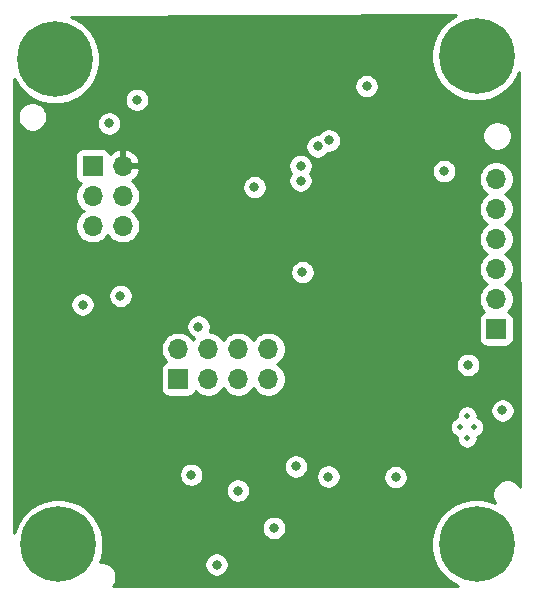
<source format=gbr>
G04 #@! TF.GenerationSoftware,KiCad,Pcbnew,5.1.5+dfsg1-2build2*
G04 #@! TF.CreationDate,2021-08-01T10:53:42+02:00*
G04 #@! TF.ProjectId,Sensor_Nodes,53656e73-6f72-45f4-9e6f-6465732e6b69,rev?*
G04 #@! TF.SameCoordinates,Original*
G04 #@! TF.FileFunction,Copper,L3,Inr*
G04 #@! TF.FilePolarity,Positive*
%FSLAX46Y46*%
G04 Gerber Fmt 4.6, Leading zero omitted, Abs format (unit mm)*
G04 Created by KiCad (PCBNEW 5.1.5+dfsg1-2build2) date 2021-08-01 10:53:42*
%MOMM*%
%LPD*%
G04 APERTURE LIST*
%ADD10O,1.700000X1.700000*%
%ADD11R,1.700000X1.700000*%
%ADD12C,0.800000*%
%ADD13C,6.400000*%
%ADD14C,0.500000*%
%ADD15C,0.254000*%
G04 APERTURE END LIST*
D10*
X130870000Y-93460000D03*
X130870000Y-96000000D03*
X128330000Y-93460000D03*
X128330000Y-96000000D03*
X125790000Y-93460000D03*
X125790000Y-96000000D03*
X123250000Y-93460000D03*
D11*
X123250000Y-96000000D03*
D10*
X150158000Y-79063000D03*
X150158000Y-81603000D03*
X150158000Y-84143000D03*
X150158000Y-86683000D03*
X150158000Y-89223000D03*
D11*
X150158000Y-91763000D03*
D10*
X118540000Y-83030000D03*
X116000000Y-83030000D03*
X118540000Y-80490000D03*
X116000000Y-80490000D03*
X118540000Y-77950000D03*
D11*
X116000000Y-77950000D03*
D12*
X114772057Y-108294200D03*
X113075001Y-107591256D03*
X111377945Y-108294200D03*
X110675001Y-109991256D03*
X111377945Y-111688312D03*
X113075001Y-112391256D03*
X114772057Y-111688312D03*
X115475001Y-109991256D03*
D13*
X113075001Y-109991256D03*
D12*
X150200000Y-108294200D03*
X148502944Y-107591256D03*
X146805888Y-108294200D03*
X146102944Y-109991256D03*
X146805888Y-111688312D03*
X148502944Y-112391256D03*
X150200000Y-111688312D03*
X150902944Y-109991256D03*
D13*
X148502944Y-109991256D03*
D12*
X114497056Y-67202944D03*
X112800000Y-66500000D03*
X111102944Y-67202944D03*
X110400000Y-68900000D03*
X111102944Y-70597056D03*
X112800000Y-71300000D03*
X114497056Y-70597056D03*
X115200000Y-68900000D03*
D13*
X112800000Y-68900000D03*
D12*
X150200000Y-66950000D03*
X148502944Y-66247056D03*
X146805888Y-66950000D03*
X146102944Y-68647056D03*
X146805888Y-70344112D03*
X148502944Y-71047056D03*
X150200000Y-70344112D03*
X150902944Y-68647056D03*
D13*
X148502944Y-68647056D03*
D14*
X147700000Y-101000000D03*
X147125000Y-100050000D03*
X148275000Y-100050000D03*
X147700000Y-99100000D03*
D12*
X131350000Y-108600000D03*
X124350000Y-104100000D03*
X126500000Y-111700000D03*
X115150000Y-89700000D03*
X118350000Y-88950000D03*
X124950000Y-91550000D03*
X150700000Y-98650000D03*
X147800000Y-94800000D03*
X141650000Y-104300000D03*
X129700000Y-79750000D03*
X117400000Y-74350000D03*
X119750000Y-72350000D03*
X139200000Y-71200000D03*
X145750000Y-78400000D03*
X133200000Y-103400000D03*
X113150000Y-75250000D03*
X119700000Y-74050000D03*
X142200000Y-79300000D03*
X145750000Y-73850000D03*
X142200000Y-71800000D03*
X147800000Y-96950000D03*
X135950000Y-104250000D03*
X136000000Y-75800000D03*
X133750000Y-86950000D03*
X133600000Y-79200000D03*
X133600000Y-77950000D03*
X128300000Y-105450000D03*
X135050000Y-76300000D03*
D15*
G36*
X146686390Y-65248523D02*
G01*
X146058274Y-65668217D01*
X145524105Y-66202386D01*
X145104411Y-66830502D01*
X144815321Y-67528428D01*
X144667944Y-68269341D01*
X144667944Y-69024771D01*
X144815321Y-69765684D01*
X145104411Y-70463610D01*
X145524105Y-71091726D01*
X146058274Y-71625895D01*
X146686390Y-72045589D01*
X147384316Y-72334679D01*
X148125229Y-72482056D01*
X148880659Y-72482056D01*
X149621572Y-72334679D01*
X150319498Y-72045589D01*
X150947614Y-71625895D01*
X151481783Y-71091726D01*
X151901477Y-70463610D01*
X152093140Y-70000895D01*
X152177952Y-105113415D01*
X152070901Y-104953202D01*
X151896798Y-104779099D01*
X151692074Y-104642307D01*
X151464598Y-104548083D01*
X151223110Y-104500048D01*
X150976890Y-104500048D01*
X150735402Y-104548083D01*
X150507926Y-104642307D01*
X150303202Y-104779099D01*
X150129099Y-104953202D01*
X149992307Y-105157926D01*
X149898083Y-105385402D01*
X149850048Y-105626890D01*
X149850048Y-105873110D01*
X149898083Y-106114598D01*
X149992307Y-106342074D01*
X150098666Y-106501251D01*
X149621572Y-106303633D01*
X148880659Y-106156256D01*
X148125229Y-106156256D01*
X147384316Y-106303633D01*
X146686390Y-106592723D01*
X146058274Y-107012417D01*
X145524105Y-107546586D01*
X145104411Y-108174702D01*
X144815321Y-108872628D01*
X144667944Y-109613541D01*
X144667944Y-110368971D01*
X144815321Y-111109884D01*
X145104411Y-111807810D01*
X145524105Y-112435926D01*
X146058274Y-112970095D01*
X146686390Y-113389789D01*
X146934250Y-113492456D01*
X117730072Y-113533073D01*
X117857693Y-113342074D01*
X117951917Y-113114598D01*
X117999952Y-112873110D01*
X117999952Y-112626890D01*
X117951917Y-112385402D01*
X117857693Y-112157926D01*
X117720901Y-111953202D01*
X117546798Y-111779099D01*
X117342074Y-111642307D01*
X117235256Y-111598061D01*
X125465000Y-111598061D01*
X125465000Y-111801939D01*
X125504774Y-112001898D01*
X125582795Y-112190256D01*
X125696063Y-112359774D01*
X125840226Y-112503937D01*
X126009744Y-112617205D01*
X126198102Y-112695226D01*
X126398061Y-112735000D01*
X126601939Y-112735000D01*
X126801898Y-112695226D01*
X126990256Y-112617205D01*
X127159774Y-112503937D01*
X127303937Y-112359774D01*
X127417205Y-112190256D01*
X127495226Y-112001898D01*
X127535000Y-111801939D01*
X127535000Y-111598061D01*
X127495226Y-111398102D01*
X127417205Y-111209744D01*
X127303937Y-111040226D01*
X127159774Y-110896063D01*
X126990256Y-110782795D01*
X126801898Y-110704774D01*
X126601939Y-110665000D01*
X126398061Y-110665000D01*
X126198102Y-110704774D01*
X126009744Y-110782795D01*
X125840226Y-110896063D01*
X125696063Y-111040226D01*
X125582795Y-111209744D01*
X125504774Y-111398102D01*
X125465000Y-111598061D01*
X117235256Y-111598061D01*
X117114598Y-111548083D01*
X116873110Y-111500048D01*
X116626890Y-111500048D01*
X116598690Y-111505657D01*
X116762624Y-111109884D01*
X116910001Y-110368971D01*
X116910001Y-109613541D01*
X116762624Y-108872628D01*
X116607474Y-108498061D01*
X130315000Y-108498061D01*
X130315000Y-108701939D01*
X130354774Y-108901898D01*
X130432795Y-109090256D01*
X130546063Y-109259774D01*
X130690226Y-109403937D01*
X130859744Y-109517205D01*
X131048102Y-109595226D01*
X131248061Y-109635000D01*
X131451939Y-109635000D01*
X131651898Y-109595226D01*
X131840256Y-109517205D01*
X132009774Y-109403937D01*
X132153937Y-109259774D01*
X132267205Y-109090256D01*
X132345226Y-108901898D01*
X132385000Y-108701939D01*
X132385000Y-108498061D01*
X132345226Y-108298102D01*
X132267205Y-108109744D01*
X132153937Y-107940226D01*
X132009774Y-107796063D01*
X131840256Y-107682795D01*
X131651898Y-107604774D01*
X131451939Y-107565000D01*
X131248061Y-107565000D01*
X131048102Y-107604774D01*
X130859744Y-107682795D01*
X130690226Y-107796063D01*
X130546063Y-107940226D01*
X130432795Y-108109744D01*
X130354774Y-108298102D01*
X130315000Y-108498061D01*
X116607474Y-108498061D01*
X116473534Y-108174702D01*
X116053840Y-107546586D01*
X115519671Y-107012417D01*
X114891555Y-106592723D01*
X114193629Y-106303633D01*
X113452716Y-106156256D01*
X112697286Y-106156256D01*
X111956373Y-106303633D01*
X111258447Y-106592723D01*
X110630331Y-107012417D01*
X110096162Y-107546586D01*
X109676468Y-108174702D01*
X109387378Y-108872628D01*
X109359999Y-109010271D01*
X109359999Y-105348061D01*
X127265000Y-105348061D01*
X127265000Y-105551939D01*
X127304774Y-105751898D01*
X127382795Y-105940256D01*
X127496063Y-106109774D01*
X127640226Y-106253937D01*
X127809744Y-106367205D01*
X127998102Y-106445226D01*
X128198061Y-106485000D01*
X128401939Y-106485000D01*
X128601898Y-106445226D01*
X128790256Y-106367205D01*
X128959774Y-106253937D01*
X129103937Y-106109774D01*
X129217205Y-105940256D01*
X129295226Y-105751898D01*
X129335000Y-105551939D01*
X129335000Y-105348061D01*
X129295226Y-105148102D01*
X129217205Y-104959744D01*
X129103937Y-104790226D01*
X128959774Y-104646063D01*
X128790256Y-104532795D01*
X128601898Y-104454774D01*
X128401939Y-104415000D01*
X128198061Y-104415000D01*
X127998102Y-104454774D01*
X127809744Y-104532795D01*
X127640226Y-104646063D01*
X127496063Y-104790226D01*
X127382795Y-104959744D01*
X127304774Y-105148102D01*
X127265000Y-105348061D01*
X109359999Y-105348061D01*
X109359999Y-103998061D01*
X123315000Y-103998061D01*
X123315000Y-104201939D01*
X123354774Y-104401898D01*
X123432795Y-104590256D01*
X123546063Y-104759774D01*
X123690226Y-104903937D01*
X123859744Y-105017205D01*
X124048102Y-105095226D01*
X124248061Y-105135000D01*
X124451939Y-105135000D01*
X124651898Y-105095226D01*
X124840256Y-105017205D01*
X125009774Y-104903937D01*
X125153937Y-104759774D01*
X125267205Y-104590256D01*
X125345226Y-104401898D01*
X125385000Y-104201939D01*
X125385000Y-103998061D01*
X125345226Y-103798102D01*
X125267205Y-103609744D01*
X125153937Y-103440226D01*
X125011772Y-103298061D01*
X132165000Y-103298061D01*
X132165000Y-103501939D01*
X132204774Y-103701898D01*
X132282795Y-103890256D01*
X132396063Y-104059774D01*
X132540226Y-104203937D01*
X132709744Y-104317205D01*
X132898102Y-104395226D01*
X133098061Y-104435000D01*
X133301939Y-104435000D01*
X133501898Y-104395226D01*
X133690256Y-104317205D01*
X133859774Y-104203937D01*
X133915650Y-104148061D01*
X134915000Y-104148061D01*
X134915000Y-104351939D01*
X134954774Y-104551898D01*
X135032795Y-104740256D01*
X135146063Y-104909774D01*
X135290226Y-105053937D01*
X135459744Y-105167205D01*
X135648102Y-105245226D01*
X135848061Y-105285000D01*
X136051939Y-105285000D01*
X136251898Y-105245226D01*
X136440256Y-105167205D01*
X136609774Y-105053937D01*
X136753937Y-104909774D01*
X136867205Y-104740256D01*
X136945226Y-104551898D01*
X136985000Y-104351939D01*
X136985000Y-104198061D01*
X140615000Y-104198061D01*
X140615000Y-104401939D01*
X140654774Y-104601898D01*
X140732795Y-104790256D01*
X140846063Y-104959774D01*
X140990226Y-105103937D01*
X141159744Y-105217205D01*
X141348102Y-105295226D01*
X141548061Y-105335000D01*
X141751939Y-105335000D01*
X141951898Y-105295226D01*
X142140256Y-105217205D01*
X142309774Y-105103937D01*
X142453937Y-104959774D01*
X142567205Y-104790256D01*
X142645226Y-104601898D01*
X142685000Y-104401939D01*
X142685000Y-104198061D01*
X142645226Y-103998102D01*
X142567205Y-103809744D01*
X142453937Y-103640226D01*
X142309774Y-103496063D01*
X142140256Y-103382795D01*
X141951898Y-103304774D01*
X141751939Y-103265000D01*
X141548061Y-103265000D01*
X141348102Y-103304774D01*
X141159744Y-103382795D01*
X140990226Y-103496063D01*
X140846063Y-103640226D01*
X140732795Y-103809744D01*
X140654774Y-103998102D01*
X140615000Y-104198061D01*
X136985000Y-104198061D01*
X136985000Y-104148061D01*
X136945226Y-103948102D01*
X136867205Y-103759744D01*
X136753937Y-103590226D01*
X136609774Y-103446063D01*
X136440256Y-103332795D01*
X136251898Y-103254774D01*
X136051939Y-103215000D01*
X135848061Y-103215000D01*
X135648102Y-103254774D01*
X135459744Y-103332795D01*
X135290226Y-103446063D01*
X135146063Y-103590226D01*
X135032795Y-103759744D01*
X134954774Y-103948102D01*
X134915000Y-104148061D01*
X133915650Y-104148061D01*
X134003937Y-104059774D01*
X134117205Y-103890256D01*
X134195226Y-103701898D01*
X134235000Y-103501939D01*
X134235000Y-103298061D01*
X134195226Y-103098102D01*
X134117205Y-102909744D01*
X134003937Y-102740226D01*
X133859774Y-102596063D01*
X133690256Y-102482795D01*
X133501898Y-102404774D01*
X133301939Y-102365000D01*
X133098061Y-102365000D01*
X132898102Y-102404774D01*
X132709744Y-102482795D01*
X132540226Y-102596063D01*
X132396063Y-102740226D01*
X132282795Y-102909744D01*
X132204774Y-103098102D01*
X132165000Y-103298061D01*
X125011772Y-103298061D01*
X125009774Y-103296063D01*
X124840256Y-103182795D01*
X124651898Y-103104774D01*
X124451939Y-103065000D01*
X124248061Y-103065000D01*
X124048102Y-103104774D01*
X123859744Y-103182795D01*
X123690226Y-103296063D01*
X123546063Y-103440226D01*
X123432795Y-103609744D01*
X123354774Y-103798102D01*
X123315000Y-103998061D01*
X109359999Y-103998061D01*
X109359999Y-99962835D01*
X146240000Y-99962835D01*
X146240000Y-100137165D01*
X146274010Y-100308145D01*
X146340723Y-100469205D01*
X146437576Y-100614155D01*
X146560845Y-100737424D01*
X146705795Y-100834277D01*
X146821124Y-100882048D01*
X146815000Y-100912835D01*
X146815000Y-101087165D01*
X146849010Y-101258145D01*
X146915723Y-101419205D01*
X147012576Y-101564155D01*
X147135845Y-101687424D01*
X147280795Y-101784277D01*
X147441855Y-101850990D01*
X147612835Y-101885000D01*
X147787165Y-101885000D01*
X147958145Y-101850990D01*
X148119205Y-101784277D01*
X148264155Y-101687424D01*
X148387424Y-101564155D01*
X148484277Y-101419205D01*
X148550990Y-101258145D01*
X148585000Y-101087165D01*
X148585000Y-100912835D01*
X148578876Y-100882048D01*
X148694205Y-100834277D01*
X148839155Y-100737424D01*
X148962424Y-100614155D01*
X149059277Y-100469205D01*
X149125990Y-100308145D01*
X149160000Y-100137165D01*
X149160000Y-99962835D01*
X149125990Y-99791855D01*
X149059277Y-99630795D01*
X148962424Y-99485845D01*
X148839155Y-99362576D01*
X148694205Y-99265723D01*
X148578876Y-99217952D01*
X148585000Y-99187165D01*
X148585000Y-99012835D01*
X148550990Y-98841855D01*
X148484277Y-98680795D01*
X148395587Y-98548061D01*
X149665000Y-98548061D01*
X149665000Y-98751939D01*
X149704774Y-98951898D01*
X149782795Y-99140256D01*
X149896063Y-99309774D01*
X150040226Y-99453937D01*
X150209744Y-99567205D01*
X150398102Y-99645226D01*
X150598061Y-99685000D01*
X150801939Y-99685000D01*
X151001898Y-99645226D01*
X151190256Y-99567205D01*
X151359774Y-99453937D01*
X151503937Y-99309774D01*
X151617205Y-99140256D01*
X151695226Y-98951898D01*
X151735000Y-98751939D01*
X151735000Y-98548061D01*
X151695226Y-98348102D01*
X151617205Y-98159744D01*
X151503937Y-97990226D01*
X151359774Y-97846063D01*
X151190256Y-97732795D01*
X151001898Y-97654774D01*
X150801939Y-97615000D01*
X150598061Y-97615000D01*
X150398102Y-97654774D01*
X150209744Y-97732795D01*
X150040226Y-97846063D01*
X149896063Y-97990226D01*
X149782795Y-98159744D01*
X149704774Y-98348102D01*
X149665000Y-98548061D01*
X148395587Y-98548061D01*
X148387424Y-98535845D01*
X148264155Y-98412576D01*
X148119205Y-98315723D01*
X147958145Y-98249010D01*
X147787165Y-98215000D01*
X147612835Y-98215000D01*
X147441855Y-98249010D01*
X147280795Y-98315723D01*
X147135845Y-98412576D01*
X147012576Y-98535845D01*
X146915723Y-98680795D01*
X146849010Y-98841855D01*
X146815000Y-99012835D01*
X146815000Y-99187165D01*
X146821124Y-99217952D01*
X146705795Y-99265723D01*
X146560845Y-99362576D01*
X146437576Y-99485845D01*
X146340723Y-99630795D01*
X146274010Y-99791855D01*
X146240000Y-99962835D01*
X109359999Y-99962835D01*
X109359999Y-95150000D01*
X121761928Y-95150000D01*
X121761928Y-96850000D01*
X121774188Y-96974482D01*
X121810498Y-97094180D01*
X121869463Y-97204494D01*
X121948815Y-97301185D01*
X122045506Y-97380537D01*
X122155820Y-97439502D01*
X122275518Y-97475812D01*
X122400000Y-97488072D01*
X124100000Y-97488072D01*
X124224482Y-97475812D01*
X124344180Y-97439502D01*
X124454494Y-97380537D01*
X124551185Y-97301185D01*
X124630537Y-97204494D01*
X124689502Y-97094180D01*
X124711513Y-97021620D01*
X124843368Y-97153475D01*
X125086589Y-97315990D01*
X125356842Y-97427932D01*
X125643740Y-97485000D01*
X125936260Y-97485000D01*
X126223158Y-97427932D01*
X126493411Y-97315990D01*
X126736632Y-97153475D01*
X126943475Y-96946632D01*
X127060000Y-96772240D01*
X127176525Y-96946632D01*
X127383368Y-97153475D01*
X127626589Y-97315990D01*
X127896842Y-97427932D01*
X128183740Y-97485000D01*
X128476260Y-97485000D01*
X128763158Y-97427932D01*
X129033411Y-97315990D01*
X129276632Y-97153475D01*
X129483475Y-96946632D01*
X129600000Y-96772240D01*
X129716525Y-96946632D01*
X129923368Y-97153475D01*
X130166589Y-97315990D01*
X130436842Y-97427932D01*
X130723740Y-97485000D01*
X131016260Y-97485000D01*
X131303158Y-97427932D01*
X131573411Y-97315990D01*
X131816632Y-97153475D01*
X132023475Y-96946632D01*
X132185990Y-96703411D01*
X132297932Y-96433158D01*
X132355000Y-96146260D01*
X132355000Y-95853740D01*
X132297932Y-95566842D01*
X132185990Y-95296589D01*
X132023475Y-95053368D01*
X131816632Y-94846525D01*
X131642240Y-94730000D01*
X131690040Y-94698061D01*
X146765000Y-94698061D01*
X146765000Y-94901939D01*
X146804774Y-95101898D01*
X146882795Y-95290256D01*
X146996063Y-95459774D01*
X147140226Y-95603937D01*
X147309744Y-95717205D01*
X147498102Y-95795226D01*
X147698061Y-95835000D01*
X147901939Y-95835000D01*
X148101898Y-95795226D01*
X148290256Y-95717205D01*
X148459774Y-95603937D01*
X148603937Y-95459774D01*
X148717205Y-95290256D01*
X148795226Y-95101898D01*
X148835000Y-94901939D01*
X148835000Y-94698061D01*
X148795226Y-94498102D01*
X148717205Y-94309744D01*
X148603937Y-94140226D01*
X148459774Y-93996063D01*
X148290256Y-93882795D01*
X148101898Y-93804774D01*
X147901939Y-93765000D01*
X147698061Y-93765000D01*
X147498102Y-93804774D01*
X147309744Y-93882795D01*
X147140226Y-93996063D01*
X146996063Y-94140226D01*
X146882795Y-94309744D01*
X146804774Y-94498102D01*
X146765000Y-94698061D01*
X131690040Y-94698061D01*
X131816632Y-94613475D01*
X132023475Y-94406632D01*
X132185990Y-94163411D01*
X132297932Y-93893158D01*
X132355000Y-93606260D01*
X132355000Y-93313740D01*
X132297932Y-93026842D01*
X132185990Y-92756589D01*
X132023475Y-92513368D01*
X131816632Y-92306525D01*
X131573411Y-92144010D01*
X131303158Y-92032068D01*
X131016260Y-91975000D01*
X130723740Y-91975000D01*
X130436842Y-92032068D01*
X130166589Y-92144010D01*
X129923368Y-92306525D01*
X129716525Y-92513368D01*
X129600000Y-92687760D01*
X129483475Y-92513368D01*
X129276632Y-92306525D01*
X129033411Y-92144010D01*
X128763158Y-92032068D01*
X128476260Y-91975000D01*
X128183740Y-91975000D01*
X127896842Y-92032068D01*
X127626589Y-92144010D01*
X127383368Y-92306525D01*
X127176525Y-92513368D01*
X127060000Y-92687760D01*
X126943475Y-92513368D01*
X126736632Y-92306525D01*
X126493411Y-92144010D01*
X126223158Y-92032068D01*
X125936260Y-91975000D01*
X125894235Y-91975000D01*
X125945226Y-91851898D01*
X125985000Y-91651939D01*
X125985000Y-91448061D01*
X125945226Y-91248102D01*
X125867205Y-91059744D01*
X125769155Y-90913000D01*
X148669928Y-90913000D01*
X148669928Y-92613000D01*
X148682188Y-92737482D01*
X148718498Y-92857180D01*
X148777463Y-92967494D01*
X148856815Y-93064185D01*
X148953506Y-93143537D01*
X149063820Y-93202502D01*
X149183518Y-93238812D01*
X149308000Y-93251072D01*
X151008000Y-93251072D01*
X151132482Y-93238812D01*
X151252180Y-93202502D01*
X151362494Y-93143537D01*
X151459185Y-93064185D01*
X151538537Y-92967494D01*
X151597502Y-92857180D01*
X151633812Y-92737482D01*
X151646072Y-92613000D01*
X151646072Y-90913000D01*
X151633812Y-90788518D01*
X151597502Y-90668820D01*
X151538537Y-90558506D01*
X151459185Y-90461815D01*
X151362494Y-90382463D01*
X151252180Y-90323498D01*
X151179620Y-90301487D01*
X151311475Y-90169632D01*
X151473990Y-89926411D01*
X151585932Y-89656158D01*
X151643000Y-89369260D01*
X151643000Y-89076740D01*
X151585932Y-88789842D01*
X151473990Y-88519589D01*
X151311475Y-88276368D01*
X151104632Y-88069525D01*
X150930240Y-87953000D01*
X151104632Y-87836475D01*
X151311475Y-87629632D01*
X151473990Y-87386411D01*
X151585932Y-87116158D01*
X151643000Y-86829260D01*
X151643000Y-86536740D01*
X151585932Y-86249842D01*
X151473990Y-85979589D01*
X151311475Y-85736368D01*
X151104632Y-85529525D01*
X150930240Y-85413000D01*
X151104632Y-85296475D01*
X151311475Y-85089632D01*
X151473990Y-84846411D01*
X151585932Y-84576158D01*
X151643000Y-84289260D01*
X151643000Y-83996740D01*
X151585932Y-83709842D01*
X151473990Y-83439589D01*
X151311475Y-83196368D01*
X151104632Y-82989525D01*
X150930240Y-82873000D01*
X151104632Y-82756475D01*
X151311475Y-82549632D01*
X151473990Y-82306411D01*
X151585932Y-82036158D01*
X151643000Y-81749260D01*
X151643000Y-81456740D01*
X151585932Y-81169842D01*
X151473990Y-80899589D01*
X151311475Y-80656368D01*
X151104632Y-80449525D01*
X150930240Y-80333000D01*
X151104632Y-80216475D01*
X151311475Y-80009632D01*
X151473990Y-79766411D01*
X151585932Y-79496158D01*
X151643000Y-79209260D01*
X151643000Y-78916740D01*
X151585932Y-78629842D01*
X151473990Y-78359589D01*
X151311475Y-78116368D01*
X151104632Y-77909525D01*
X150861411Y-77747010D01*
X150591158Y-77635068D01*
X150304260Y-77578000D01*
X150011740Y-77578000D01*
X149724842Y-77635068D01*
X149454589Y-77747010D01*
X149211368Y-77909525D01*
X149004525Y-78116368D01*
X148842010Y-78359589D01*
X148730068Y-78629842D01*
X148673000Y-78916740D01*
X148673000Y-79209260D01*
X148730068Y-79496158D01*
X148842010Y-79766411D01*
X149004525Y-80009632D01*
X149211368Y-80216475D01*
X149385760Y-80333000D01*
X149211368Y-80449525D01*
X149004525Y-80656368D01*
X148842010Y-80899589D01*
X148730068Y-81169842D01*
X148673000Y-81456740D01*
X148673000Y-81749260D01*
X148730068Y-82036158D01*
X148842010Y-82306411D01*
X149004525Y-82549632D01*
X149211368Y-82756475D01*
X149385760Y-82873000D01*
X149211368Y-82989525D01*
X149004525Y-83196368D01*
X148842010Y-83439589D01*
X148730068Y-83709842D01*
X148673000Y-83996740D01*
X148673000Y-84289260D01*
X148730068Y-84576158D01*
X148842010Y-84846411D01*
X149004525Y-85089632D01*
X149211368Y-85296475D01*
X149385760Y-85413000D01*
X149211368Y-85529525D01*
X149004525Y-85736368D01*
X148842010Y-85979589D01*
X148730068Y-86249842D01*
X148673000Y-86536740D01*
X148673000Y-86829260D01*
X148730068Y-87116158D01*
X148842010Y-87386411D01*
X149004525Y-87629632D01*
X149211368Y-87836475D01*
X149385760Y-87953000D01*
X149211368Y-88069525D01*
X149004525Y-88276368D01*
X148842010Y-88519589D01*
X148730068Y-88789842D01*
X148673000Y-89076740D01*
X148673000Y-89369260D01*
X148730068Y-89656158D01*
X148842010Y-89926411D01*
X149004525Y-90169632D01*
X149136380Y-90301487D01*
X149063820Y-90323498D01*
X148953506Y-90382463D01*
X148856815Y-90461815D01*
X148777463Y-90558506D01*
X148718498Y-90668820D01*
X148682188Y-90788518D01*
X148669928Y-90913000D01*
X125769155Y-90913000D01*
X125753937Y-90890226D01*
X125609774Y-90746063D01*
X125440256Y-90632795D01*
X125251898Y-90554774D01*
X125051939Y-90515000D01*
X124848061Y-90515000D01*
X124648102Y-90554774D01*
X124459744Y-90632795D01*
X124290226Y-90746063D01*
X124146063Y-90890226D01*
X124032795Y-91059744D01*
X123954774Y-91248102D01*
X123915000Y-91448061D01*
X123915000Y-91651939D01*
X123954774Y-91851898D01*
X124032795Y-92040256D01*
X124146063Y-92209774D01*
X124290226Y-92353937D01*
X124459744Y-92467205D01*
X124622362Y-92534564D01*
X124520000Y-92687760D01*
X124403475Y-92513368D01*
X124196632Y-92306525D01*
X123953411Y-92144010D01*
X123683158Y-92032068D01*
X123396260Y-91975000D01*
X123103740Y-91975000D01*
X122816842Y-92032068D01*
X122546589Y-92144010D01*
X122303368Y-92306525D01*
X122096525Y-92513368D01*
X121934010Y-92756589D01*
X121822068Y-93026842D01*
X121765000Y-93313740D01*
X121765000Y-93606260D01*
X121822068Y-93893158D01*
X121934010Y-94163411D01*
X122096525Y-94406632D01*
X122228380Y-94538487D01*
X122155820Y-94560498D01*
X122045506Y-94619463D01*
X121948815Y-94698815D01*
X121869463Y-94795506D01*
X121810498Y-94905820D01*
X121774188Y-95025518D01*
X121761928Y-95150000D01*
X109359999Y-95150000D01*
X109360000Y-89598061D01*
X114115000Y-89598061D01*
X114115000Y-89801939D01*
X114154774Y-90001898D01*
X114232795Y-90190256D01*
X114346063Y-90359774D01*
X114490226Y-90503937D01*
X114659744Y-90617205D01*
X114848102Y-90695226D01*
X115048061Y-90735000D01*
X115251939Y-90735000D01*
X115451898Y-90695226D01*
X115640256Y-90617205D01*
X115809774Y-90503937D01*
X115953937Y-90359774D01*
X116067205Y-90190256D01*
X116145226Y-90001898D01*
X116185000Y-89801939D01*
X116185000Y-89598061D01*
X116145226Y-89398102D01*
X116067205Y-89209744D01*
X115953937Y-89040226D01*
X115809774Y-88896063D01*
X115737934Y-88848061D01*
X117315000Y-88848061D01*
X117315000Y-89051939D01*
X117354774Y-89251898D01*
X117432795Y-89440256D01*
X117546063Y-89609774D01*
X117690226Y-89753937D01*
X117859744Y-89867205D01*
X118048102Y-89945226D01*
X118248061Y-89985000D01*
X118451939Y-89985000D01*
X118651898Y-89945226D01*
X118840256Y-89867205D01*
X119009774Y-89753937D01*
X119153937Y-89609774D01*
X119267205Y-89440256D01*
X119345226Y-89251898D01*
X119385000Y-89051939D01*
X119385000Y-88848061D01*
X119345226Y-88648102D01*
X119267205Y-88459744D01*
X119153937Y-88290226D01*
X119009774Y-88146063D01*
X118840256Y-88032795D01*
X118651898Y-87954774D01*
X118451939Y-87915000D01*
X118248061Y-87915000D01*
X118048102Y-87954774D01*
X117859744Y-88032795D01*
X117690226Y-88146063D01*
X117546063Y-88290226D01*
X117432795Y-88459744D01*
X117354774Y-88648102D01*
X117315000Y-88848061D01*
X115737934Y-88848061D01*
X115640256Y-88782795D01*
X115451898Y-88704774D01*
X115251939Y-88665000D01*
X115048061Y-88665000D01*
X114848102Y-88704774D01*
X114659744Y-88782795D01*
X114490226Y-88896063D01*
X114346063Y-89040226D01*
X114232795Y-89209744D01*
X114154774Y-89398102D01*
X114115000Y-89598061D01*
X109360000Y-89598061D01*
X109360000Y-86848061D01*
X132715000Y-86848061D01*
X132715000Y-87051939D01*
X132754774Y-87251898D01*
X132832795Y-87440256D01*
X132946063Y-87609774D01*
X133090226Y-87753937D01*
X133259744Y-87867205D01*
X133448102Y-87945226D01*
X133648061Y-87985000D01*
X133851939Y-87985000D01*
X134051898Y-87945226D01*
X134240256Y-87867205D01*
X134409774Y-87753937D01*
X134553937Y-87609774D01*
X134667205Y-87440256D01*
X134745226Y-87251898D01*
X134785000Y-87051939D01*
X134785000Y-86848061D01*
X134745226Y-86648102D01*
X134667205Y-86459744D01*
X134553937Y-86290226D01*
X134409774Y-86146063D01*
X134240256Y-86032795D01*
X134051898Y-85954774D01*
X133851939Y-85915000D01*
X133648061Y-85915000D01*
X133448102Y-85954774D01*
X133259744Y-86032795D01*
X133090226Y-86146063D01*
X132946063Y-86290226D01*
X132832795Y-86459744D01*
X132754774Y-86648102D01*
X132715000Y-86848061D01*
X109360000Y-86848061D01*
X109360000Y-77100000D01*
X114511928Y-77100000D01*
X114511928Y-78800000D01*
X114524188Y-78924482D01*
X114560498Y-79044180D01*
X114619463Y-79154494D01*
X114698815Y-79251185D01*
X114795506Y-79330537D01*
X114905820Y-79389502D01*
X114978380Y-79411513D01*
X114846525Y-79543368D01*
X114684010Y-79786589D01*
X114572068Y-80056842D01*
X114515000Y-80343740D01*
X114515000Y-80636260D01*
X114572068Y-80923158D01*
X114684010Y-81193411D01*
X114846525Y-81436632D01*
X115053368Y-81643475D01*
X115227760Y-81760000D01*
X115053368Y-81876525D01*
X114846525Y-82083368D01*
X114684010Y-82326589D01*
X114572068Y-82596842D01*
X114515000Y-82883740D01*
X114515000Y-83176260D01*
X114572068Y-83463158D01*
X114684010Y-83733411D01*
X114846525Y-83976632D01*
X115053368Y-84183475D01*
X115296589Y-84345990D01*
X115566842Y-84457932D01*
X115853740Y-84515000D01*
X116146260Y-84515000D01*
X116433158Y-84457932D01*
X116703411Y-84345990D01*
X116946632Y-84183475D01*
X117153475Y-83976632D01*
X117270000Y-83802240D01*
X117386525Y-83976632D01*
X117593368Y-84183475D01*
X117836589Y-84345990D01*
X118106842Y-84457932D01*
X118393740Y-84515000D01*
X118686260Y-84515000D01*
X118973158Y-84457932D01*
X119243411Y-84345990D01*
X119486632Y-84183475D01*
X119693475Y-83976632D01*
X119855990Y-83733411D01*
X119967932Y-83463158D01*
X120025000Y-83176260D01*
X120025000Y-82883740D01*
X119967932Y-82596842D01*
X119855990Y-82326589D01*
X119693475Y-82083368D01*
X119486632Y-81876525D01*
X119312240Y-81760000D01*
X119486632Y-81643475D01*
X119693475Y-81436632D01*
X119855990Y-81193411D01*
X119967932Y-80923158D01*
X120025000Y-80636260D01*
X120025000Y-80343740D01*
X119967932Y-80056842D01*
X119855990Y-79786589D01*
X119763429Y-79648061D01*
X128665000Y-79648061D01*
X128665000Y-79851939D01*
X128704774Y-80051898D01*
X128782795Y-80240256D01*
X128896063Y-80409774D01*
X129040226Y-80553937D01*
X129209744Y-80667205D01*
X129398102Y-80745226D01*
X129598061Y-80785000D01*
X129801939Y-80785000D01*
X130001898Y-80745226D01*
X130190256Y-80667205D01*
X130359774Y-80553937D01*
X130503937Y-80409774D01*
X130617205Y-80240256D01*
X130695226Y-80051898D01*
X130735000Y-79851939D01*
X130735000Y-79648061D01*
X130695226Y-79448102D01*
X130617205Y-79259744D01*
X130503937Y-79090226D01*
X130359774Y-78946063D01*
X130190256Y-78832795D01*
X130001898Y-78754774D01*
X129801939Y-78715000D01*
X129598061Y-78715000D01*
X129398102Y-78754774D01*
X129209744Y-78832795D01*
X129040226Y-78946063D01*
X128896063Y-79090226D01*
X128782795Y-79259744D01*
X128704774Y-79448102D01*
X128665000Y-79648061D01*
X119763429Y-79648061D01*
X119693475Y-79543368D01*
X119486632Y-79336525D01*
X119304466Y-79214805D01*
X119421355Y-79145178D01*
X119637588Y-78950269D01*
X119811641Y-78716920D01*
X119936825Y-78454099D01*
X119981476Y-78306890D01*
X119860155Y-78077000D01*
X118667000Y-78077000D01*
X118667000Y-78097000D01*
X118413000Y-78097000D01*
X118413000Y-78077000D01*
X118393000Y-78077000D01*
X118393000Y-77848061D01*
X132565000Y-77848061D01*
X132565000Y-78051939D01*
X132604774Y-78251898D01*
X132682795Y-78440256D01*
X132772828Y-78575000D01*
X132682795Y-78709744D01*
X132604774Y-78898102D01*
X132565000Y-79098061D01*
X132565000Y-79301939D01*
X132604774Y-79501898D01*
X132682795Y-79690256D01*
X132796063Y-79859774D01*
X132940226Y-80003937D01*
X133109744Y-80117205D01*
X133298102Y-80195226D01*
X133498061Y-80235000D01*
X133701939Y-80235000D01*
X133901898Y-80195226D01*
X134090256Y-80117205D01*
X134259774Y-80003937D01*
X134403937Y-79859774D01*
X134517205Y-79690256D01*
X134595226Y-79501898D01*
X134635000Y-79301939D01*
X134635000Y-79098061D01*
X134595226Y-78898102D01*
X134517205Y-78709744D01*
X134427172Y-78575000D01*
X134517205Y-78440256D01*
X134576104Y-78298061D01*
X144715000Y-78298061D01*
X144715000Y-78501939D01*
X144754774Y-78701898D01*
X144832795Y-78890256D01*
X144946063Y-79059774D01*
X145090226Y-79203937D01*
X145259744Y-79317205D01*
X145448102Y-79395226D01*
X145648061Y-79435000D01*
X145851939Y-79435000D01*
X146051898Y-79395226D01*
X146240256Y-79317205D01*
X146409774Y-79203937D01*
X146553937Y-79059774D01*
X146667205Y-78890256D01*
X146745226Y-78701898D01*
X146785000Y-78501939D01*
X146785000Y-78298061D01*
X146745226Y-78098102D01*
X146667205Y-77909744D01*
X146553937Y-77740226D01*
X146409774Y-77596063D01*
X146240256Y-77482795D01*
X146051898Y-77404774D01*
X145851939Y-77365000D01*
X145648061Y-77365000D01*
X145448102Y-77404774D01*
X145259744Y-77482795D01*
X145090226Y-77596063D01*
X144946063Y-77740226D01*
X144832795Y-77909744D01*
X144754774Y-78098102D01*
X144715000Y-78298061D01*
X134576104Y-78298061D01*
X134595226Y-78251898D01*
X134635000Y-78051939D01*
X134635000Y-77848061D01*
X134595226Y-77648102D01*
X134517205Y-77459744D01*
X134403937Y-77290226D01*
X134259774Y-77146063D01*
X134090256Y-77032795D01*
X133901898Y-76954774D01*
X133701939Y-76915000D01*
X133498061Y-76915000D01*
X133298102Y-76954774D01*
X133109744Y-77032795D01*
X132940226Y-77146063D01*
X132796063Y-77290226D01*
X132682795Y-77459744D01*
X132604774Y-77648102D01*
X132565000Y-77848061D01*
X118393000Y-77848061D01*
X118393000Y-77823000D01*
X118413000Y-77823000D01*
X118413000Y-76629186D01*
X118667000Y-76629186D01*
X118667000Y-77823000D01*
X119860155Y-77823000D01*
X119981476Y-77593110D01*
X119936825Y-77445901D01*
X119811641Y-77183080D01*
X119637588Y-76949731D01*
X119421355Y-76754822D01*
X119171252Y-76605843D01*
X118896891Y-76508519D01*
X118667000Y-76629186D01*
X118413000Y-76629186D01*
X118183109Y-76508519D01*
X117908748Y-76605843D01*
X117658645Y-76754822D01*
X117462498Y-76931626D01*
X117439502Y-76855820D01*
X117380537Y-76745506D01*
X117301185Y-76648815D01*
X117204494Y-76569463D01*
X117094180Y-76510498D01*
X116974482Y-76474188D01*
X116850000Y-76461928D01*
X115150000Y-76461928D01*
X115025518Y-76474188D01*
X114905820Y-76510498D01*
X114795506Y-76569463D01*
X114698815Y-76648815D01*
X114619463Y-76745506D01*
X114560498Y-76855820D01*
X114524188Y-76975518D01*
X114511928Y-77100000D01*
X109360000Y-77100000D01*
X109360000Y-76198061D01*
X134015000Y-76198061D01*
X134015000Y-76401939D01*
X134054774Y-76601898D01*
X134132795Y-76790256D01*
X134246063Y-76959774D01*
X134390226Y-77103937D01*
X134559744Y-77217205D01*
X134748102Y-77295226D01*
X134948061Y-77335000D01*
X135151939Y-77335000D01*
X135351898Y-77295226D01*
X135540256Y-77217205D01*
X135709774Y-77103937D01*
X135853937Y-76959774D01*
X135937308Y-76835000D01*
X136101939Y-76835000D01*
X136301898Y-76795226D01*
X136490256Y-76717205D01*
X136659774Y-76603937D01*
X136803937Y-76459774D01*
X136917205Y-76290256D01*
X136995226Y-76101898D01*
X137035000Y-75901939D01*
X137035000Y-75698061D01*
X136995226Y-75498102D01*
X136917205Y-75309744D01*
X136895253Y-75276890D01*
X149000048Y-75276890D01*
X149000048Y-75523110D01*
X149048083Y-75764598D01*
X149142307Y-75992074D01*
X149279099Y-76196798D01*
X149453202Y-76370901D01*
X149657926Y-76507693D01*
X149885402Y-76601917D01*
X150126890Y-76649952D01*
X150373110Y-76649952D01*
X150614598Y-76601917D01*
X150842074Y-76507693D01*
X151046798Y-76370901D01*
X151220901Y-76196798D01*
X151357693Y-75992074D01*
X151451917Y-75764598D01*
X151499952Y-75523110D01*
X151499952Y-75276890D01*
X151451917Y-75035402D01*
X151357693Y-74807926D01*
X151220901Y-74603202D01*
X151046798Y-74429099D01*
X150842074Y-74292307D01*
X150614598Y-74198083D01*
X150373110Y-74150048D01*
X150126890Y-74150048D01*
X149885402Y-74198083D01*
X149657926Y-74292307D01*
X149453202Y-74429099D01*
X149279099Y-74603202D01*
X149142307Y-74807926D01*
X149048083Y-75035402D01*
X149000048Y-75276890D01*
X136895253Y-75276890D01*
X136803937Y-75140226D01*
X136659774Y-74996063D01*
X136490256Y-74882795D01*
X136301898Y-74804774D01*
X136101939Y-74765000D01*
X135898061Y-74765000D01*
X135698102Y-74804774D01*
X135509744Y-74882795D01*
X135340226Y-74996063D01*
X135196063Y-75140226D01*
X135112692Y-75265000D01*
X134948061Y-75265000D01*
X134748102Y-75304774D01*
X134559744Y-75382795D01*
X134390226Y-75496063D01*
X134246063Y-75640226D01*
X134132795Y-75809744D01*
X134054774Y-75998102D01*
X134015000Y-76198061D01*
X109360000Y-76198061D01*
X109360001Y-73676890D01*
X109650048Y-73676890D01*
X109650048Y-73923110D01*
X109698083Y-74164598D01*
X109792307Y-74392074D01*
X109929099Y-74596798D01*
X110103202Y-74770901D01*
X110307926Y-74907693D01*
X110535402Y-75001917D01*
X110776890Y-75049952D01*
X111023110Y-75049952D01*
X111264598Y-75001917D01*
X111492074Y-74907693D01*
X111696798Y-74770901D01*
X111870901Y-74596798D01*
X112007693Y-74392074D01*
X112067345Y-74248061D01*
X116365000Y-74248061D01*
X116365000Y-74451939D01*
X116404774Y-74651898D01*
X116482795Y-74840256D01*
X116596063Y-75009774D01*
X116740226Y-75153937D01*
X116909744Y-75267205D01*
X117098102Y-75345226D01*
X117298061Y-75385000D01*
X117501939Y-75385000D01*
X117701898Y-75345226D01*
X117890256Y-75267205D01*
X118059774Y-75153937D01*
X118203937Y-75009774D01*
X118317205Y-74840256D01*
X118395226Y-74651898D01*
X118435000Y-74451939D01*
X118435000Y-74248061D01*
X118395226Y-74048102D01*
X118317205Y-73859744D01*
X118203937Y-73690226D01*
X118059774Y-73546063D01*
X117890256Y-73432795D01*
X117701898Y-73354774D01*
X117501939Y-73315000D01*
X117298061Y-73315000D01*
X117098102Y-73354774D01*
X116909744Y-73432795D01*
X116740226Y-73546063D01*
X116596063Y-73690226D01*
X116482795Y-73859744D01*
X116404774Y-74048102D01*
X116365000Y-74248061D01*
X112067345Y-74248061D01*
X112101917Y-74164598D01*
X112149952Y-73923110D01*
X112149952Y-73676890D01*
X112101917Y-73435402D01*
X112007693Y-73207926D01*
X111870901Y-73003202D01*
X111696798Y-72829099D01*
X111492074Y-72692307D01*
X111264598Y-72598083D01*
X111023110Y-72550048D01*
X110776890Y-72550048D01*
X110535402Y-72598083D01*
X110307926Y-72692307D01*
X110103202Y-72829099D01*
X109929099Y-73003202D01*
X109792307Y-73207926D01*
X109698083Y-73435402D01*
X109650048Y-73676890D01*
X109360001Y-73676890D01*
X109360002Y-70616448D01*
X109401467Y-70716554D01*
X109821161Y-71344670D01*
X110355330Y-71878839D01*
X110983446Y-72298533D01*
X111681372Y-72587623D01*
X112422285Y-72735000D01*
X113177715Y-72735000D01*
X113918628Y-72587623D01*
X114616554Y-72298533D01*
X114692090Y-72248061D01*
X118715000Y-72248061D01*
X118715000Y-72451939D01*
X118754774Y-72651898D01*
X118832795Y-72840256D01*
X118946063Y-73009774D01*
X119090226Y-73153937D01*
X119259744Y-73267205D01*
X119448102Y-73345226D01*
X119648061Y-73385000D01*
X119851939Y-73385000D01*
X120051898Y-73345226D01*
X120240256Y-73267205D01*
X120409774Y-73153937D01*
X120553937Y-73009774D01*
X120667205Y-72840256D01*
X120745226Y-72651898D01*
X120785000Y-72451939D01*
X120785000Y-72248061D01*
X120745226Y-72048102D01*
X120667205Y-71859744D01*
X120553937Y-71690226D01*
X120409774Y-71546063D01*
X120240256Y-71432795D01*
X120051898Y-71354774D01*
X119851939Y-71315000D01*
X119648061Y-71315000D01*
X119448102Y-71354774D01*
X119259744Y-71432795D01*
X119090226Y-71546063D01*
X118946063Y-71690226D01*
X118832795Y-71859744D01*
X118754774Y-72048102D01*
X118715000Y-72248061D01*
X114692090Y-72248061D01*
X115244670Y-71878839D01*
X115778839Y-71344670D01*
X115943617Y-71098061D01*
X138165000Y-71098061D01*
X138165000Y-71301939D01*
X138204774Y-71501898D01*
X138282795Y-71690256D01*
X138396063Y-71859774D01*
X138540226Y-72003937D01*
X138709744Y-72117205D01*
X138898102Y-72195226D01*
X139098061Y-72235000D01*
X139301939Y-72235000D01*
X139501898Y-72195226D01*
X139690256Y-72117205D01*
X139859774Y-72003937D01*
X140003937Y-71859774D01*
X140117205Y-71690256D01*
X140195226Y-71501898D01*
X140235000Y-71301939D01*
X140235000Y-71098061D01*
X140195226Y-70898102D01*
X140117205Y-70709744D01*
X140003937Y-70540226D01*
X139859774Y-70396063D01*
X139690256Y-70282795D01*
X139501898Y-70204774D01*
X139301939Y-70165000D01*
X139098061Y-70165000D01*
X138898102Y-70204774D01*
X138709744Y-70282795D01*
X138540226Y-70396063D01*
X138396063Y-70540226D01*
X138282795Y-70709744D01*
X138204774Y-70898102D01*
X138165000Y-71098061D01*
X115943617Y-71098061D01*
X116198533Y-70716554D01*
X116487623Y-70018628D01*
X116635000Y-69277715D01*
X116635000Y-68522285D01*
X116487623Y-67781372D01*
X116198533Y-67083446D01*
X115778839Y-66455330D01*
X115244670Y-65921161D01*
X114616554Y-65501467D01*
X114145591Y-65306388D01*
X146766363Y-65215397D01*
X146686390Y-65248523D01*
G37*
X146686390Y-65248523D02*
X146058274Y-65668217D01*
X145524105Y-66202386D01*
X145104411Y-66830502D01*
X144815321Y-67528428D01*
X144667944Y-68269341D01*
X144667944Y-69024771D01*
X144815321Y-69765684D01*
X145104411Y-70463610D01*
X145524105Y-71091726D01*
X146058274Y-71625895D01*
X146686390Y-72045589D01*
X147384316Y-72334679D01*
X148125229Y-72482056D01*
X148880659Y-72482056D01*
X149621572Y-72334679D01*
X150319498Y-72045589D01*
X150947614Y-71625895D01*
X151481783Y-71091726D01*
X151901477Y-70463610D01*
X152093140Y-70000895D01*
X152177952Y-105113415D01*
X152070901Y-104953202D01*
X151896798Y-104779099D01*
X151692074Y-104642307D01*
X151464598Y-104548083D01*
X151223110Y-104500048D01*
X150976890Y-104500048D01*
X150735402Y-104548083D01*
X150507926Y-104642307D01*
X150303202Y-104779099D01*
X150129099Y-104953202D01*
X149992307Y-105157926D01*
X149898083Y-105385402D01*
X149850048Y-105626890D01*
X149850048Y-105873110D01*
X149898083Y-106114598D01*
X149992307Y-106342074D01*
X150098666Y-106501251D01*
X149621572Y-106303633D01*
X148880659Y-106156256D01*
X148125229Y-106156256D01*
X147384316Y-106303633D01*
X146686390Y-106592723D01*
X146058274Y-107012417D01*
X145524105Y-107546586D01*
X145104411Y-108174702D01*
X144815321Y-108872628D01*
X144667944Y-109613541D01*
X144667944Y-110368971D01*
X144815321Y-111109884D01*
X145104411Y-111807810D01*
X145524105Y-112435926D01*
X146058274Y-112970095D01*
X146686390Y-113389789D01*
X146934250Y-113492456D01*
X117730072Y-113533073D01*
X117857693Y-113342074D01*
X117951917Y-113114598D01*
X117999952Y-112873110D01*
X117999952Y-112626890D01*
X117951917Y-112385402D01*
X117857693Y-112157926D01*
X117720901Y-111953202D01*
X117546798Y-111779099D01*
X117342074Y-111642307D01*
X117235256Y-111598061D01*
X125465000Y-111598061D01*
X125465000Y-111801939D01*
X125504774Y-112001898D01*
X125582795Y-112190256D01*
X125696063Y-112359774D01*
X125840226Y-112503937D01*
X126009744Y-112617205D01*
X126198102Y-112695226D01*
X126398061Y-112735000D01*
X126601939Y-112735000D01*
X126801898Y-112695226D01*
X126990256Y-112617205D01*
X127159774Y-112503937D01*
X127303937Y-112359774D01*
X127417205Y-112190256D01*
X127495226Y-112001898D01*
X127535000Y-111801939D01*
X127535000Y-111598061D01*
X127495226Y-111398102D01*
X127417205Y-111209744D01*
X127303937Y-111040226D01*
X127159774Y-110896063D01*
X126990256Y-110782795D01*
X126801898Y-110704774D01*
X126601939Y-110665000D01*
X126398061Y-110665000D01*
X126198102Y-110704774D01*
X126009744Y-110782795D01*
X125840226Y-110896063D01*
X125696063Y-111040226D01*
X125582795Y-111209744D01*
X125504774Y-111398102D01*
X125465000Y-111598061D01*
X117235256Y-111598061D01*
X117114598Y-111548083D01*
X116873110Y-111500048D01*
X116626890Y-111500048D01*
X116598690Y-111505657D01*
X116762624Y-111109884D01*
X116910001Y-110368971D01*
X116910001Y-109613541D01*
X116762624Y-108872628D01*
X116607474Y-108498061D01*
X130315000Y-108498061D01*
X130315000Y-108701939D01*
X130354774Y-108901898D01*
X130432795Y-109090256D01*
X130546063Y-109259774D01*
X130690226Y-109403937D01*
X130859744Y-109517205D01*
X131048102Y-109595226D01*
X131248061Y-109635000D01*
X131451939Y-109635000D01*
X131651898Y-109595226D01*
X131840256Y-109517205D01*
X132009774Y-109403937D01*
X132153937Y-109259774D01*
X132267205Y-109090256D01*
X132345226Y-108901898D01*
X132385000Y-108701939D01*
X132385000Y-108498061D01*
X132345226Y-108298102D01*
X132267205Y-108109744D01*
X132153937Y-107940226D01*
X132009774Y-107796063D01*
X131840256Y-107682795D01*
X131651898Y-107604774D01*
X131451939Y-107565000D01*
X131248061Y-107565000D01*
X131048102Y-107604774D01*
X130859744Y-107682795D01*
X130690226Y-107796063D01*
X130546063Y-107940226D01*
X130432795Y-108109744D01*
X130354774Y-108298102D01*
X130315000Y-108498061D01*
X116607474Y-108498061D01*
X116473534Y-108174702D01*
X116053840Y-107546586D01*
X115519671Y-107012417D01*
X114891555Y-106592723D01*
X114193629Y-106303633D01*
X113452716Y-106156256D01*
X112697286Y-106156256D01*
X111956373Y-106303633D01*
X111258447Y-106592723D01*
X110630331Y-107012417D01*
X110096162Y-107546586D01*
X109676468Y-108174702D01*
X109387378Y-108872628D01*
X109359999Y-109010271D01*
X109359999Y-105348061D01*
X127265000Y-105348061D01*
X127265000Y-105551939D01*
X127304774Y-105751898D01*
X127382795Y-105940256D01*
X127496063Y-106109774D01*
X127640226Y-106253937D01*
X127809744Y-106367205D01*
X127998102Y-106445226D01*
X128198061Y-106485000D01*
X128401939Y-106485000D01*
X128601898Y-106445226D01*
X128790256Y-106367205D01*
X128959774Y-106253937D01*
X129103937Y-106109774D01*
X129217205Y-105940256D01*
X129295226Y-105751898D01*
X129335000Y-105551939D01*
X129335000Y-105348061D01*
X129295226Y-105148102D01*
X129217205Y-104959744D01*
X129103937Y-104790226D01*
X128959774Y-104646063D01*
X128790256Y-104532795D01*
X128601898Y-104454774D01*
X128401939Y-104415000D01*
X128198061Y-104415000D01*
X127998102Y-104454774D01*
X127809744Y-104532795D01*
X127640226Y-104646063D01*
X127496063Y-104790226D01*
X127382795Y-104959744D01*
X127304774Y-105148102D01*
X127265000Y-105348061D01*
X109359999Y-105348061D01*
X109359999Y-103998061D01*
X123315000Y-103998061D01*
X123315000Y-104201939D01*
X123354774Y-104401898D01*
X123432795Y-104590256D01*
X123546063Y-104759774D01*
X123690226Y-104903937D01*
X123859744Y-105017205D01*
X124048102Y-105095226D01*
X124248061Y-105135000D01*
X124451939Y-105135000D01*
X124651898Y-105095226D01*
X124840256Y-105017205D01*
X125009774Y-104903937D01*
X125153937Y-104759774D01*
X125267205Y-104590256D01*
X125345226Y-104401898D01*
X125385000Y-104201939D01*
X125385000Y-103998061D01*
X125345226Y-103798102D01*
X125267205Y-103609744D01*
X125153937Y-103440226D01*
X125011772Y-103298061D01*
X132165000Y-103298061D01*
X132165000Y-103501939D01*
X132204774Y-103701898D01*
X132282795Y-103890256D01*
X132396063Y-104059774D01*
X132540226Y-104203937D01*
X132709744Y-104317205D01*
X132898102Y-104395226D01*
X133098061Y-104435000D01*
X133301939Y-104435000D01*
X133501898Y-104395226D01*
X133690256Y-104317205D01*
X133859774Y-104203937D01*
X133915650Y-104148061D01*
X134915000Y-104148061D01*
X134915000Y-104351939D01*
X134954774Y-104551898D01*
X135032795Y-104740256D01*
X135146063Y-104909774D01*
X135290226Y-105053937D01*
X135459744Y-105167205D01*
X135648102Y-105245226D01*
X135848061Y-105285000D01*
X136051939Y-105285000D01*
X136251898Y-105245226D01*
X136440256Y-105167205D01*
X136609774Y-105053937D01*
X136753937Y-104909774D01*
X136867205Y-104740256D01*
X136945226Y-104551898D01*
X136985000Y-104351939D01*
X136985000Y-104198061D01*
X140615000Y-104198061D01*
X140615000Y-104401939D01*
X140654774Y-104601898D01*
X140732795Y-104790256D01*
X140846063Y-104959774D01*
X140990226Y-105103937D01*
X141159744Y-105217205D01*
X141348102Y-105295226D01*
X141548061Y-105335000D01*
X141751939Y-105335000D01*
X141951898Y-105295226D01*
X142140256Y-105217205D01*
X142309774Y-105103937D01*
X142453937Y-104959774D01*
X142567205Y-104790256D01*
X142645226Y-104601898D01*
X142685000Y-104401939D01*
X142685000Y-104198061D01*
X142645226Y-103998102D01*
X142567205Y-103809744D01*
X142453937Y-103640226D01*
X142309774Y-103496063D01*
X142140256Y-103382795D01*
X141951898Y-103304774D01*
X141751939Y-103265000D01*
X141548061Y-103265000D01*
X141348102Y-103304774D01*
X141159744Y-103382795D01*
X140990226Y-103496063D01*
X140846063Y-103640226D01*
X140732795Y-103809744D01*
X140654774Y-103998102D01*
X140615000Y-104198061D01*
X136985000Y-104198061D01*
X136985000Y-104148061D01*
X136945226Y-103948102D01*
X136867205Y-103759744D01*
X136753937Y-103590226D01*
X136609774Y-103446063D01*
X136440256Y-103332795D01*
X136251898Y-103254774D01*
X136051939Y-103215000D01*
X135848061Y-103215000D01*
X135648102Y-103254774D01*
X135459744Y-103332795D01*
X135290226Y-103446063D01*
X135146063Y-103590226D01*
X135032795Y-103759744D01*
X134954774Y-103948102D01*
X134915000Y-104148061D01*
X133915650Y-104148061D01*
X134003937Y-104059774D01*
X134117205Y-103890256D01*
X134195226Y-103701898D01*
X134235000Y-103501939D01*
X134235000Y-103298061D01*
X134195226Y-103098102D01*
X134117205Y-102909744D01*
X134003937Y-102740226D01*
X133859774Y-102596063D01*
X133690256Y-102482795D01*
X133501898Y-102404774D01*
X133301939Y-102365000D01*
X133098061Y-102365000D01*
X132898102Y-102404774D01*
X132709744Y-102482795D01*
X132540226Y-102596063D01*
X132396063Y-102740226D01*
X132282795Y-102909744D01*
X132204774Y-103098102D01*
X132165000Y-103298061D01*
X125011772Y-103298061D01*
X125009774Y-103296063D01*
X124840256Y-103182795D01*
X124651898Y-103104774D01*
X124451939Y-103065000D01*
X124248061Y-103065000D01*
X124048102Y-103104774D01*
X123859744Y-103182795D01*
X123690226Y-103296063D01*
X123546063Y-103440226D01*
X123432795Y-103609744D01*
X123354774Y-103798102D01*
X123315000Y-103998061D01*
X109359999Y-103998061D01*
X109359999Y-99962835D01*
X146240000Y-99962835D01*
X146240000Y-100137165D01*
X146274010Y-100308145D01*
X146340723Y-100469205D01*
X146437576Y-100614155D01*
X146560845Y-100737424D01*
X146705795Y-100834277D01*
X146821124Y-100882048D01*
X146815000Y-100912835D01*
X146815000Y-101087165D01*
X146849010Y-101258145D01*
X146915723Y-101419205D01*
X147012576Y-101564155D01*
X147135845Y-101687424D01*
X147280795Y-101784277D01*
X147441855Y-101850990D01*
X147612835Y-101885000D01*
X147787165Y-101885000D01*
X147958145Y-101850990D01*
X148119205Y-101784277D01*
X148264155Y-101687424D01*
X148387424Y-101564155D01*
X148484277Y-101419205D01*
X148550990Y-101258145D01*
X148585000Y-101087165D01*
X148585000Y-100912835D01*
X148578876Y-100882048D01*
X148694205Y-100834277D01*
X148839155Y-100737424D01*
X148962424Y-100614155D01*
X149059277Y-100469205D01*
X149125990Y-100308145D01*
X149160000Y-100137165D01*
X149160000Y-99962835D01*
X149125990Y-99791855D01*
X149059277Y-99630795D01*
X148962424Y-99485845D01*
X148839155Y-99362576D01*
X148694205Y-99265723D01*
X148578876Y-99217952D01*
X148585000Y-99187165D01*
X148585000Y-99012835D01*
X148550990Y-98841855D01*
X148484277Y-98680795D01*
X148395587Y-98548061D01*
X149665000Y-98548061D01*
X149665000Y-98751939D01*
X149704774Y-98951898D01*
X149782795Y-99140256D01*
X149896063Y-99309774D01*
X150040226Y-99453937D01*
X150209744Y-99567205D01*
X150398102Y-99645226D01*
X150598061Y-99685000D01*
X150801939Y-99685000D01*
X151001898Y-99645226D01*
X151190256Y-99567205D01*
X151359774Y-99453937D01*
X151503937Y-99309774D01*
X151617205Y-99140256D01*
X151695226Y-98951898D01*
X151735000Y-98751939D01*
X151735000Y-98548061D01*
X151695226Y-98348102D01*
X151617205Y-98159744D01*
X151503937Y-97990226D01*
X151359774Y-97846063D01*
X151190256Y-97732795D01*
X151001898Y-97654774D01*
X150801939Y-97615000D01*
X150598061Y-97615000D01*
X150398102Y-97654774D01*
X150209744Y-97732795D01*
X150040226Y-97846063D01*
X149896063Y-97990226D01*
X149782795Y-98159744D01*
X149704774Y-98348102D01*
X149665000Y-98548061D01*
X148395587Y-98548061D01*
X148387424Y-98535845D01*
X148264155Y-98412576D01*
X148119205Y-98315723D01*
X147958145Y-98249010D01*
X147787165Y-98215000D01*
X147612835Y-98215000D01*
X147441855Y-98249010D01*
X147280795Y-98315723D01*
X147135845Y-98412576D01*
X147012576Y-98535845D01*
X146915723Y-98680795D01*
X146849010Y-98841855D01*
X146815000Y-99012835D01*
X146815000Y-99187165D01*
X146821124Y-99217952D01*
X146705795Y-99265723D01*
X146560845Y-99362576D01*
X146437576Y-99485845D01*
X146340723Y-99630795D01*
X146274010Y-99791855D01*
X146240000Y-99962835D01*
X109359999Y-99962835D01*
X109359999Y-95150000D01*
X121761928Y-95150000D01*
X121761928Y-96850000D01*
X121774188Y-96974482D01*
X121810498Y-97094180D01*
X121869463Y-97204494D01*
X121948815Y-97301185D01*
X122045506Y-97380537D01*
X122155820Y-97439502D01*
X122275518Y-97475812D01*
X122400000Y-97488072D01*
X124100000Y-97488072D01*
X124224482Y-97475812D01*
X124344180Y-97439502D01*
X124454494Y-97380537D01*
X124551185Y-97301185D01*
X124630537Y-97204494D01*
X124689502Y-97094180D01*
X124711513Y-97021620D01*
X124843368Y-97153475D01*
X125086589Y-97315990D01*
X125356842Y-97427932D01*
X125643740Y-97485000D01*
X125936260Y-97485000D01*
X126223158Y-97427932D01*
X126493411Y-97315990D01*
X126736632Y-97153475D01*
X126943475Y-96946632D01*
X127060000Y-96772240D01*
X127176525Y-96946632D01*
X127383368Y-97153475D01*
X127626589Y-97315990D01*
X127896842Y-97427932D01*
X128183740Y-97485000D01*
X128476260Y-97485000D01*
X128763158Y-97427932D01*
X129033411Y-97315990D01*
X129276632Y-97153475D01*
X129483475Y-96946632D01*
X129600000Y-96772240D01*
X129716525Y-96946632D01*
X129923368Y-97153475D01*
X130166589Y-97315990D01*
X130436842Y-97427932D01*
X130723740Y-97485000D01*
X131016260Y-97485000D01*
X131303158Y-97427932D01*
X131573411Y-97315990D01*
X131816632Y-97153475D01*
X132023475Y-96946632D01*
X132185990Y-96703411D01*
X132297932Y-96433158D01*
X132355000Y-96146260D01*
X132355000Y-95853740D01*
X132297932Y-95566842D01*
X132185990Y-95296589D01*
X132023475Y-95053368D01*
X131816632Y-94846525D01*
X131642240Y-94730000D01*
X131690040Y-94698061D01*
X146765000Y-94698061D01*
X146765000Y-94901939D01*
X146804774Y-95101898D01*
X146882795Y-95290256D01*
X146996063Y-95459774D01*
X147140226Y-95603937D01*
X147309744Y-95717205D01*
X147498102Y-95795226D01*
X147698061Y-95835000D01*
X147901939Y-95835000D01*
X148101898Y-95795226D01*
X148290256Y-95717205D01*
X148459774Y-95603937D01*
X148603937Y-95459774D01*
X148717205Y-95290256D01*
X148795226Y-95101898D01*
X148835000Y-94901939D01*
X148835000Y-94698061D01*
X148795226Y-94498102D01*
X148717205Y-94309744D01*
X148603937Y-94140226D01*
X148459774Y-93996063D01*
X148290256Y-93882795D01*
X148101898Y-93804774D01*
X147901939Y-93765000D01*
X147698061Y-93765000D01*
X147498102Y-93804774D01*
X147309744Y-93882795D01*
X147140226Y-93996063D01*
X146996063Y-94140226D01*
X146882795Y-94309744D01*
X146804774Y-94498102D01*
X146765000Y-94698061D01*
X131690040Y-94698061D01*
X131816632Y-94613475D01*
X132023475Y-94406632D01*
X132185990Y-94163411D01*
X132297932Y-93893158D01*
X132355000Y-93606260D01*
X132355000Y-93313740D01*
X132297932Y-93026842D01*
X132185990Y-92756589D01*
X132023475Y-92513368D01*
X131816632Y-92306525D01*
X131573411Y-92144010D01*
X131303158Y-92032068D01*
X131016260Y-91975000D01*
X130723740Y-91975000D01*
X130436842Y-92032068D01*
X130166589Y-92144010D01*
X129923368Y-92306525D01*
X129716525Y-92513368D01*
X129600000Y-92687760D01*
X129483475Y-92513368D01*
X129276632Y-92306525D01*
X129033411Y-92144010D01*
X128763158Y-92032068D01*
X128476260Y-91975000D01*
X128183740Y-91975000D01*
X127896842Y-92032068D01*
X127626589Y-92144010D01*
X127383368Y-92306525D01*
X127176525Y-92513368D01*
X127060000Y-92687760D01*
X126943475Y-92513368D01*
X126736632Y-92306525D01*
X126493411Y-92144010D01*
X126223158Y-92032068D01*
X125936260Y-91975000D01*
X125894235Y-91975000D01*
X125945226Y-91851898D01*
X125985000Y-91651939D01*
X125985000Y-91448061D01*
X125945226Y-91248102D01*
X125867205Y-91059744D01*
X125769155Y-90913000D01*
X148669928Y-90913000D01*
X148669928Y-92613000D01*
X148682188Y-92737482D01*
X148718498Y-92857180D01*
X148777463Y-92967494D01*
X148856815Y-93064185D01*
X148953506Y-93143537D01*
X149063820Y-93202502D01*
X149183518Y-93238812D01*
X149308000Y-93251072D01*
X151008000Y-93251072D01*
X151132482Y-93238812D01*
X151252180Y-93202502D01*
X151362494Y-93143537D01*
X151459185Y-93064185D01*
X151538537Y-92967494D01*
X151597502Y-92857180D01*
X151633812Y-92737482D01*
X151646072Y-92613000D01*
X151646072Y-90913000D01*
X151633812Y-90788518D01*
X151597502Y-90668820D01*
X151538537Y-90558506D01*
X151459185Y-90461815D01*
X151362494Y-90382463D01*
X151252180Y-90323498D01*
X151179620Y-90301487D01*
X151311475Y-90169632D01*
X151473990Y-89926411D01*
X151585932Y-89656158D01*
X151643000Y-89369260D01*
X151643000Y-89076740D01*
X151585932Y-88789842D01*
X151473990Y-88519589D01*
X151311475Y-88276368D01*
X151104632Y-88069525D01*
X150930240Y-87953000D01*
X151104632Y-87836475D01*
X151311475Y-87629632D01*
X151473990Y-87386411D01*
X151585932Y-87116158D01*
X151643000Y-86829260D01*
X151643000Y-86536740D01*
X151585932Y-86249842D01*
X151473990Y-85979589D01*
X151311475Y-85736368D01*
X151104632Y-85529525D01*
X150930240Y-85413000D01*
X151104632Y-85296475D01*
X151311475Y-85089632D01*
X151473990Y-84846411D01*
X151585932Y-84576158D01*
X151643000Y-84289260D01*
X151643000Y-83996740D01*
X151585932Y-83709842D01*
X151473990Y-83439589D01*
X151311475Y-83196368D01*
X151104632Y-82989525D01*
X150930240Y-82873000D01*
X151104632Y-82756475D01*
X151311475Y-82549632D01*
X151473990Y-82306411D01*
X151585932Y-82036158D01*
X151643000Y-81749260D01*
X151643000Y-81456740D01*
X151585932Y-81169842D01*
X151473990Y-80899589D01*
X151311475Y-80656368D01*
X151104632Y-80449525D01*
X150930240Y-80333000D01*
X151104632Y-80216475D01*
X151311475Y-80009632D01*
X151473990Y-79766411D01*
X151585932Y-79496158D01*
X151643000Y-79209260D01*
X151643000Y-78916740D01*
X151585932Y-78629842D01*
X151473990Y-78359589D01*
X151311475Y-78116368D01*
X151104632Y-77909525D01*
X150861411Y-77747010D01*
X150591158Y-77635068D01*
X150304260Y-77578000D01*
X150011740Y-77578000D01*
X149724842Y-77635068D01*
X149454589Y-77747010D01*
X149211368Y-77909525D01*
X149004525Y-78116368D01*
X148842010Y-78359589D01*
X148730068Y-78629842D01*
X148673000Y-78916740D01*
X148673000Y-79209260D01*
X148730068Y-79496158D01*
X148842010Y-79766411D01*
X149004525Y-80009632D01*
X149211368Y-80216475D01*
X149385760Y-80333000D01*
X149211368Y-80449525D01*
X149004525Y-80656368D01*
X148842010Y-80899589D01*
X148730068Y-81169842D01*
X148673000Y-81456740D01*
X148673000Y-81749260D01*
X148730068Y-82036158D01*
X148842010Y-82306411D01*
X149004525Y-82549632D01*
X149211368Y-82756475D01*
X149385760Y-82873000D01*
X149211368Y-82989525D01*
X149004525Y-83196368D01*
X148842010Y-83439589D01*
X148730068Y-83709842D01*
X148673000Y-83996740D01*
X148673000Y-84289260D01*
X148730068Y-84576158D01*
X148842010Y-84846411D01*
X149004525Y-85089632D01*
X149211368Y-85296475D01*
X149385760Y-85413000D01*
X149211368Y-85529525D01*
X149004525Y-85736368D01*
X148842010Y-85979589D01*
X148730068Y-86249842D01*
X148673000Y-86536740D01*
X148673000Y-86829260D01*
X148730068Y-87116158D01*
X148842010Y-87386411D01*
X149004525Y-87629632D01*
X149211368Y-87836475D01*
X149385760Y-87953000D01*
X149211368Y-88069525D01*
X149004525Y-88276368D01*
X148842010Y-88519589D01*
X148730068Y-88789842D01*
X148673000Y-89076740D01*
X148673000Y-89369260D01*
X148730068Y-89656158D01*
X148842010Y-89926411D01*
X149004525Y-90169632D01*
X149136380Y-90301487D01*
X149063820Y-90323498D01*
X148953506Y-90382463D01*
X148856815Y-90461815D01*
X148777463Y-90558506D01*
X148718498Y-90668820D01*
X148682188Y-90788518D01*
X148669928Y-90913000D01*
X125769155Y-90913000D01*
X125753937Y-90890226D01*
X125609774Y-90746063D01*
X125440256Y-90632795D01*
X125251898Y-90554774D01*
X125051939Y-90515000D01*
X124848061Y-90515000D01*
X124648102Y-90554774D01*
X124459744Y-90632795D01*
X124290226Y-90746063D01*
X124146063Y-90890226D01*
X124032795Y-91059744D01*
X123954774Y-91248102D01*
X123915000Y-91448061D01*
X123915000Y-91651939D01*
X123954774Y-91851898D01*
X124032795Y-92040256D01*
X124146063Y-92209774D01*
X124290226Y-92353937D01*
X124459744Y-92467205D01*
X124622362Y-92534564D01*
X124520000Y-92687760D01*
X124403475Y-92513368D01*
X124196632Y-92306525D01*
X123953411Y-92144010D01*
X123683158Y-92032068D01*
X123396260Y-91975000D01*
X123103740Y-91975000D01*
X122816842Y-92032068D01*
X122546589Y-92144010D01*
X122303368Y-92306525D01*
X122096525Y-92513368D01*
X121934010Y-92756589D01*
X121822068Y-93026842D01*
X121765000Y-93313740D01*
X121765000Y-93606260D01*
X121822068Y-93893158D01*
X121934010Y-94163411D01*
X122096525Y-94406632D01*
X122228380Y-94538487D01*
X122155820Y-94560498D01*
X122045506Y-94619463D01*
X121948815Y-94698815D01*
X121869463Y-94795506D01*
X121810498Y-94905820D01*
X121774188Y-95025518D01*
X121761928Y-95150000D01*
X109359999Y-95150000D01*
X109360000Y-89598061D01*
X114115000Y-89598061D01*
X114115000Y-89801939D01*
X114154774Y-90001898D01*
X114232795Y-90190256D01*
X114346063Y-90359774D01*
X114490226Y-90503937D01*
X114659744Y-90617205D01*
X114848102Y-90695226D01*
X115048061Y-90735000D01*
X115251939Y-90735000D01*
X115451898Y-90695226D01*
X115640256Y-90617205D01*
X115809774Y-90503937D01*
X115953937Y-90359774D01*
X116067205Y-90190256D01*
X116145226Y-90001898D01*
X116185000Y-89801939D01*
X116185000Y-89598061D01*
X116145226Y-89398102D01*
X116067205Y-89209744D01*
X115953937Y-89040226D01*
X115809774Y-88896063D01*
X115737934Y-88848061D01*
X117315000Y-88848061D01*
X117315000Y-89051939D01*
X117354774Y-89251898D01*
X117432795Y-89440256D01*
X117546063Y-89609774D01*
X117690226Y-89753937D01*
X117859744Y-89867205D01*
X118048102Y-89945226D01*
X118248061Y-89985000D01*
X118451939Y-89985000D01*
X118651898Y-89945226D01*
X118840256Y-89867205D01*
X119009774Y-89753937D01*
X119153937Y-89609774D01*
X119267205Y-89440256D01*
X119345226Y-89251898D01*
X119385000Y-89051939D01*
X119385000Y-88848061D01*
X119345226Y-88648102D01*
X119267205Y-88459744D01*
X119153937Y-88290226D01*
X119009774Y-88146063D01*
X118840256Y-88032795D01*
X118651898Y-87954774D01*
X118451939Y-87915000D01*
X118248061Y-87915000D01*
X118048102Y-87954774D01*
X117859744Y-88032795D01*
X117690226Y-88146063D01*
X117546063Y-88290226D01*
X117432795Y-88459744D01*
X117354774Y-88648102D01*
X117315000Y-88848061D01*
X115737934Y-88848061D01*
X115640256Y-88782795D01*
X115451898Y-88704774D01*
X115251939Y-88665000D01*
X115048061Y-88665000D01*
X114848102Y-88704774D01*
X114659744Y-88782795D01*
X114490226Y-88896063D01*
X114346063Y-89040226D01*
X114232795Y-89209744D01*
X114154774Y-89398102D01*
X114115000Y-89598061D01*
X109360000Y-89598061D01*
X109360000Y-86848061D01*
X132715000Y-86848061D01*
X132715000Y-87051939D01*
X132754774Y-87251898D01*
X132832795Y-87440256D01*
X132946063Y-87609774D01*
X133090226Y-87753937D01*
X133259744Y-87867205D01*
X133448102Y-87945226D01*
X133648061Y-87985000D01*
X133851939Y-87985000D01*
X134051898Y-87945226D01*
X134240256Y-87867205D01*
X134409774Y-87753937D01*
X134553937Y-87609774D01*
X134667205Y-87440256D01*
X134745226Y-87251898D01*
X134785000Y-87051939D01*
X134785000Y-86848061D01*
X134745226Y-86648102D01*
X134667205Y-86459744D01*
X134553937Y-86290226D01*
X134409774Y-86146063D01*
X134240256Y-86032795D01*
X134051898Y-85954774D01*
X133851939Y-85915000D01*
X133648061Y-85915000D01*
X133448102Y-85954774D01*
X133259744Y-86032795D01*
X133090226Y-86146063D01*
X132946063Y-86290226D01*
X132832795Y-86459744D01*
X132754774Y-86648102D01*
X132715000Y-86848061D01*
X109360000Y-86848061D01*
X109360000Y-77100000D01*
X114511928Y-77100000D01*
X114511928Y-78800000D01*
X114524188Y-78924482D01*
X114560498Y-79044180D01*
X114619463Y-79154494D01*
X114698815Y-79251185D01*
X114795506Y-79330537D01*
X114905820Y-79389502D01*
X114978380Y-79411513D01*
X114846525Y-79543368D01*
X114684010Y-79786589D01*
X114572068Y-80056842D01*
X114515000Y-80343740D01*
X114515000Y-80636260D01*
X114572068Y-80923158D01*
X114684010Y-81193411D01*
X114846525Y-81436632D01*
X115053368Y-81643475D01*
X115227760Y-81760000D01*
X115053368Y-81876525D01*
X114846525Y-82083368D01*
X114684010Y-82326589D01*
X114572068Y-82596842D01*
X114515000Y-82883740D01*
X114515000Y-83176260D01*
X114572068Y-83463158D01*
X114684010Y-83733411D01*
X114846525Y-83976632D01*
X115053368Y-84183475D01*
X115296589Y-84345990D01*
X115566842Y-84457932D01*
X115853740Y-84515000D01*
X116146260Y-84515000D01*
X116433158Y-84457932D01*
X116703411Y-84345990D01*
X116946632Y-84183475D01*
X117153475Y-83976632D01*
X117270000Y-83802240D01*
X117386525Y-83976632D01*
X117593368Y-84183475D01*
X117836589Y-84345990D01*
X118106842Y-84457932D01*
X118393740Y-84515000D01*
X118686260Y-84515000D01*
X118973158Y-84457932D01*
X119243411Y-84345990D01*
X119486632Y-84183475D01*
X119693475Y-83976632D01*
X119855990Y-83733411D01*
X119967932Y-83463158D01*
X120025000Y-83176260D01*
X120025000Y-82883740D01*
X119967932Y-82596842D01*
X119855990Y-82326589D01*
X119693475Y-82083368D01*
X119486632Y-81876525D01*
X119312240Y-81760000D01*
X119486632Y-81643475D01*
X119693475Y-81436632D01*
X119855990Y-81193411D01*
X119967932Y-80923158D01*
X120025000Y-80636260D01*
X120025000Y-80343740D01*
X119967932Y-80056842D01*
X119855990Y-79786589D01*
X119763429Y-79648061D01*
X128665000Y-79648061D01*
X128665000Y-79851939D01*
X128704774Y-80051898D01*
X128782795Y-80240256D01*
X128896063Y-80409774D01*
X129040226Y-80553937D01*
X129209744Y-80667205D01*
X129398102Y-80745226D01*
X129598061Y-80785000D01*
X129801939Y-80785000D01*
X130001898Y-80745226D01*
X130190256Y-80667205D01*
X130359774Y-80553937D01*
X130503937Y-80409774D01*
X130617205Y-80240256D01*
X130695226Y-80051898D01*
X130735000Y-79851939D01*
X130735000Y-79648061D01*
X130695226Y-79448102D01*
X130617205Y-79259744D01*
X130503937Y-79090226D01*
X130359774Y-78946063D01*
X130190256Y-78832795D01*
X130001898Y-78754774D01*
X129801939Y-78715000D01*
X129598061Y-78715000D01*
X129398102Y-78754774D01*
X129209744Y-78832795D01*
X129040226Y-78946063D01*
X128896063Y-79090226D01*
X128782795Y-79259744D01*
X128704774Y-79448102D01*
X128665000Y-79648061D01*
X119763429Y-79648061D01*
X119693475Y-79543368D01*
X119486632Y-79336525D01*
X119304466Y-79214805D01*
X119421355Y-79145178D01*
X119637588Y-78950269D01*
X119811641Y-78716920D01*
X119936825Y-78454099D01*
X119981476Y-78306890D01*
X119860155Y-78077000D01*
X118667000Y-78077000D01*
X118667000Y-78097000D01*
X118413000Y-78097000D01*
X118413000Y-78077000D01*
X118393000Y-78077000D01*
X118393000Y-77848061D01*
X132565000Y-77848061D01*
X132565000Y-78051939D01*
X132604774Y-78251898D01*
X132682795Y-78440256D01*
X132772828Y-78575000D01*
X132682795Y-78709744D01*
X132604774Y-78898102D01*
X132565000Y-79098061D01*
X132565000Y-79301939D01*
X132604774Y-79501898D01*
X132682795Y-79690256D01*
X132796063Y-79859774D01*
X132940226Y-80003937D01*
X133109744Y-80117205D01*
X133298102Y-80195226D01*
X133498061Y-80235000D01*
X133701939Y-80235000D01*
X133901898Y-80195226D01*
X134090256Y-80117205D01*
X134259774Y-80003937D01*
X134403937Y-79859774D01*
X134517205Y-79690256D01*
X134595226Y-79501898D01*
X134635000Y-79301939D01*
X134635000Y-79098061D01*
X134595226Y-78898102D01*
X134517205Y-78709744D01*
X134427172Y-78575000D01*
X134517205Y-78440256D01*
X134576104Y-78298061D01*
X144715000Y-78298061D01*
X144715000Y-78501939D01*
X144754774Y-78701898D01*
X144832795Y-78890256D01*
X144946063Y-79059774D01*
X145090226Y-79203937D01*
X145259744Y-79317205D01*
X145448102Y-79395226D01*
X145648061Y-79435000D01*
X145851939Y-79435000D01*
X146051898Y-79395226D01*
X146240256Y-79317205D01*
X146409774Y-79203937D01*
X146553937Y-79059774D01*
X146667205Y-78890256D01*
X146745226Y-78701898D01*
X146785000Y-78501939D01*
X146785000Y-78298061D01*
X146745226Y-78098102D01*
X146667205Y-77909744D01*
X146553937Y-77740226D01*
X146409774Y-77596063D01*
X146240256Y-77482795D01*
X146051898Y-77404774D01*
X145851939Y-77365000D01*
X145648061Y-77365000D01*
X145448102Y-77404774D01*
X145259744Y-77482795D01*
X145090226Y-77596063D01*
X144946063Y-77740226D01*
X144832795Y-77909744D01*
X144754774Y-78098102D01*
X144715000Y-78298061D01*
X134576104Y-78298061D01*
X134595226Y-78251898D01*
X134635000Y-78051939D01*
X134635000Y-77848061D01*
X134595226Y-77648102D01*
X134517205Y-77459744D01*
X134403937Y-77290226D01*
X134259774Y-77146063D01*
X134090256Y-77032795D01*
X133901898Y-76954774D01*
X133701939Y-76915000D01*
X133498061Y-76915000D01*
X133298102Y-76954774D01*
X133109744Y-77032795D01*
X132940226Y-77146063D01*
X132796063Y-77290226D01*
X132682795Y-77459744D01*
X132604774Y-77648102D01*
X132565000Y-77848061D01*
X118393000Y-77848061D01*
X118393000Y-77823000D01*
X118413000Y-77823000D01*
X118413000Y-76629186D01*
X118667000Y-76629186D01*
X118667000Y-77823000D01*
X119860155Y-77823000D01*
X119981476Y-77593110D01*
X119936825Y-77445901D01*
X119811641Y-77183080D01*
X119637588Y-76949731D01*
X119421355Y-76754822D01*
X119171252Y-76605843D01*
X118896891Y-76508519D01*
X118667000Y-76629186D01*
X118413000Y-76629186D01*
X118183109Y-76508519D01*
X117908748Y-76605843D01*
X117658645Y-76754822D01*
X117462498Y-76931626D01*
X117439502Y-76855820D01*
X117380537Y-76745506D01*
X117301185Y-76648815D01*
X117204494Y-76569463D01*
X117094180Y-76510498D01*
X116974482Y-76474188D01*
X116850000Y-76461928D01*
X115150000Y-76461928D01*
X115025518Y-76474188D01*
X114905820Y-76510498D01*
X114795506Y-76569463D01*
X114698815Y-76648815D01*
X114619463Y-76745506D01*
X114560498Y-76855820D01*
X114524188Y-76975518D01*
X114511928Y-77100000D01*
X109360000Y-77100000D01*
X109360000Y-76198061D01*
X134015000Y-76198061D01*
X134015000Y-76401939D01*
X134054774Y-76601898D01*
X134132795Y-76790256D01*
X134246063Y-76959774D01*
X134390226Y-77103937D01*
X134559744Y-77217205D01*
X134748102Y-77295226D01*
X134948061Y-77335000D01*
X135151939Y-77335000D01*
X135351898Y-77295226D01*
X135540256Y-77217205D01*
X135709774Y-77103937D01*
X135853937Y-76959774D01*
X135937308Y-76835000D01*
X136101939Y-76835000D01*
X136301898Y-76795226D01*
X136490256Y-76717205D01*
X136659774Y-76603937D01*
X136803937Y-76459774D01*
X136917205Y-76290256D01*
X136995226Y-76101898D01*
X137035000Y-75901939D01*
X137035000Y-75698061D01*
X136995226Y-75498102D01*
X136917205Y-75309744D01*
X136895253Y-75276890D01*
X149000048Y-75276890D01*
X149000048Y-75523110D01*
X149048083Y-75764598D01*
X149142307Y-75992074D01*
X149279099Y-76196798D01*
X149453202Y-76370901D01*
X149657926Y-76507693D01*
X149885402Y-76601917D01*
X150126890Y-76649952D01*
X150373110Y-76649952D01*
X150614598Y-76601917D01*
X150842074Y-76507693D01*
X151046798Y-76370901D01*
X151220901Y-76196798D01*
X151357693Y-75992074D01*
X151451917Y-75764598D01*
X151499952Y-75523110D01*
X151499952Y-75276890D01*
X151451917Y-75035402D01*
X151357693Y-74807926D01*
X151220901Y-74603202D01*
X151046798Y-74429099D01*
X150842074Y-74292307D01*
X150614598Y-74198083D01*
X150373110Y-74150048D01*
X150126890Y-74150048D01*
X149885402Y-74198083D01*
X149657926Y-74292307D01*
X149453202Y-74429099D01*
X149279099Y-74603202D01*
X149142307Y-74807926D01*
X149048083Y-75035402D01*
X149000048Y-75276890D01*
X136895253Y-75276890D01*
X136803937Y-75140226D01*
X136659774Y-74996063D01*
X136490256Y-74882795D01*
X136301898Y-74804774D01*
X136101939Y-74765000D01*
X135898061Y-74765000D01*
X135698102Y-74804774D01*
X135509744Y-74882795D01*
X135340226Y-74996063D01*
X135196063Y-75140226D01*
X135112692Y-75265000D01*
X134948061Y-75265000D01*
X134748102Y-75304774D01*
X134559744Y-75382795D01*
X134390226Y-75496063D01*
X134246063Y-75640226D01*
X134132795Y-75809744D01*
X134054774Y-75998102D01*
X134015000Y-76198061D01*
X109360000Y-76198061D01*
X109360001Y-73676890D01*
X109650048Y-73676890D01*
X109650048Y-73923110D01*
X109698083Y-74164598D01*
X109792307Y-74392074D01*
X109929099Y-74596798D01*
X110103202Y-74770901D01*
X110307926Y-74907693D01*
X110535402Y-75001917D01*
X110776890Y-75049952D01*
X111023110Y-75049952D01*
X111264598Y-75001917D01*
X111492074Y-74907693D01*
X111696798Y-74770901D01*
X111870901Y-74596798D01*
X112007693Y-74392074D01*
X112067345Y-74248061D01*
X116365000Y-74248061D01*
X116365000Y-74451939D01*
X116404774Y-74651898D01*
X116482795Y-74840256D01*
X116596063Y-75009774D01*
X116740226Y-75153937D01*
X116909744Y-75267205D01*
X117098102Y-75345226D01*
X117298061Y-75385000D01*
X117501939Y-75385000D01*
X117701898Y-75345226D01*
X117890256Y-75267205D01*
X118059774Y-75153937D01*
X118203937Y-75009774D01*
X118317205Y-74840256D01*
X118395226Y-74651898D01*
X118435000Y-74451939D01*
X118435000Y-74248061D01*
X118395226Y-74048102D01*
X118317205Y-73859744D01*
X118203937Y-73690226D01*
X118059774Y-73546063D01*
X117890256Y-73432795D01*
X117701898Y-73354774D01*
X117501939Y-73315000D01*
X117298061Y-73315000D01*
X117098102Y-73354774D01*
X116909744Y-73432795D01*
X116740226Y-73546063D01*
X116596063Y-73690226D01*
X116482795Y-73859744D01*
X116404774Y-74048102D01*
X116365000Y-74248061D01*
X112067345Y-74248061D01*
X112101917Y-74164598D01*
X112149952Y-73923110D01*
X112149952Y-73676890D01*
X112101917Y-73435402D01*
X112007693Y-73207926D01*
X111870901Y-73003202D01*
X111696798Y-72829099D01*
X111492074Y-72692307D01*
X111264598Y-72598083D01*
X111023110Y-72550048D01*
X110776890Y-72550048D01*
X110535402Y-72598083D01*
X110307926Y-72692307D01*
X110103202Y-72829099D01*
X109929099Y-73003202D01*
X109792307Y-73207926D01*
X109698083Y-73435402D01*
X109650048Y-73676890D01*
X109360001Y-73676890D01*
X109360002Y-70616448D01*
X109401467Y-70716554D01*
X109821161Y-71344670D01*
X110355330Y-71878839D01*
X110983446Y-72298533D01*
X111681372Y-72587623D01*
X112422285Y-72735000D01*
X113177715Y-72735000D01*
X113918628Y-72587623D01*
X114616554Y-72298533D01*
X114692090Y-72248061D01*
X118715000Y-72248061D01*
X118715000Y-72451939D01*
X118754774Y-72651898D01*
X118832795Y-72840256D01*
X118946063Y-73009774D01*
X119090226Y-73153937D01*
X119259744Y-73267205D01*
X119448102Y-73345226D01*
X119648061Y-73385000D01*
X119851939Y-73385000D01*
X120051898Y-73345226D01*
X120240256Y-73267205D01*
X120409774Y-73153937D01*
X120553937Y-73009774D01*
X120667205Y-72840256D01*
X120745226Y-72651898D01*
X120785000Y-72451939D01*
X120785000Y-72248061D01*
X120745226Y-72048102D01*
X120667205Y-71859744D01*
X120553937Y-71690226D01*
X120409774Y-71546063D01*
X120240256Y-71432795D01*
X120051898Y-71354774D01*
X119851939Y-71315000D01*
X119648061Y-71315000D01*
X119448102Y-71354774D01*
X119259744Y-71432795D01*
X119090226Y-71546063D01*
X118946063Y-71690226D01*
X118832795Y-71859744D01*
X118754774Y-72048102D01*
X118715000Y-72248061D01*
X114692090Y-72248061D01*
X115244670Y-71878839D01*
X115778839Y-71344670D01*
X115943617Y-71098061D01*
X138165000Y-71098061D01*
X138165000Y-71301939D01*
X138204774Y-71501898D01*
X138282795Y-71690256D01*
X138396063Y-71859774D01*
X138540226Y-72003937D01*
X138709744Y-72117205D01*
X138898102Y-72195226D01*
X139098061Y-72235000D01*
X139301939Y-72235000D01*
X139501898Y-72195226D01*
X139690256Y-72117205D01*
X139859774Y-72003937D01*
X140003937Y-71859774D01*
X140117205Y-71690256D01*
X140195226Y-71501898D01*
X140235000Y-71301939D01*
X140235000Y-71098061D01*
X140195226Y-70898102D01*
X140117205Y-70709744D01*
X140003937Y-70540226D01*
X139859774Y-70396063D01*
X139690256Y-70282795D01*
X139501898Y-70204774D01*
X139301939Y-70165000D01*
X139098061Y-70165000D01*
X138898102Y-70204774D01*
X138709744Y-70282795D01*
X138540226Y-70396063D01*
X138396063Y-70540226D01*
X138282795Y-70709744D01*
X138204774Y-70898102D01*
X138165000Y-71098061D01*
X115943617Y-71098061D01*
X116198533Y-70716554D01*
X116487623Y-70018628D01*
X116635000Y-69277715D01*
X116635000Y-68522285D01*
X116487623Y-67781372D01*
X116198533Y-67083446D01*
X115778839Y-66455330D01*
X115244670Y-65921161D01*
X114616554Y-65501467D01*
X114145591Y-65306388D01*
X146766363Y-65215397D01*
X146686390Y-65248523D01*
M02*

</source>
